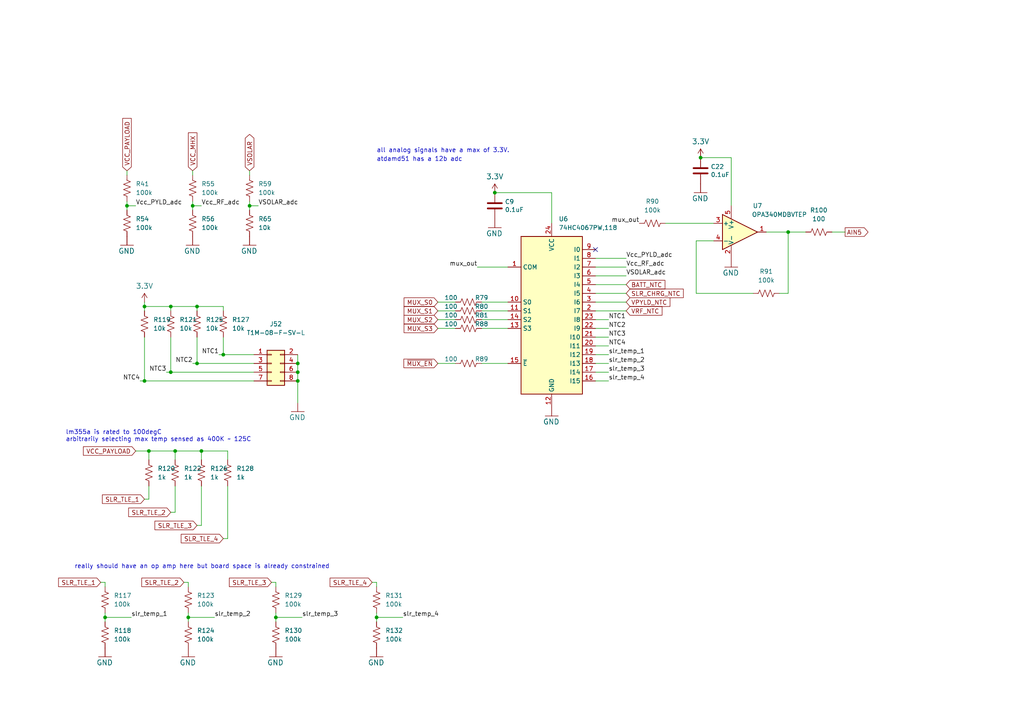
<source format=kicad_sch>
(kicad_sch (version 20230121) (generator eeschema)
  (paper "A4")
  (lib_symbols
    (symbol "74xx:CD74HC4067M"
      (property "Reference" "U" (at -8.89 22.86 0))
      (property "Value" "CD74HC4067M" (at 1.27 22.86 0))
      (symbol "CD74HC4067M_0_1"
        (rectangle (start -8.89 21.59) (end 8.89 -24.13) (stroke (width 0.254)) (fill (type background)))
      )
      (symbol "CD74HC4067M_1_1"
        (pin passive line (at -12.7 12.7 0) (length 3.81) (name "COM") (number "1"))
        (pin input line (at -12.7 2.54 0) (length 3.81) (name "S0") (number "10"))
        (pin input line (at -12.7 0 0) (length 3.81) (name "S1") (number "11"))
        (pin power_in line (at 0 -27.94 90) (length 3.81) (name "GND") (number "12"))
        (pin input line (at -12.7 -5.08 0) (length 3.81) (name "S3") (number "13"))
        (pin input line (at -12.7 -2.54 0) (length 3.81) (name "S2") (number "14"))
        (pin input line (at -12.7 -15.24 0) (length 3.81) (name "~{E}") (number "15"))
        (pin passive line (at 12.7 -20.32 180) (length 3.81) (name "I15") (number "16"))
        (pin passive line (at 12.7 -17.78 180) (length 3.81) (name "I14") (number "17"))
        (pin passive line (at 12.7 -15.24 180) (length 3.81) (name "I13") (number "18"))
        (pin passive line (at 12.7 -12.7 180) (length 3.81) (name "I12") (number "19"))
        (pin passive line (at 12.7 0 180) (length 3.81) (name "I7") (number "2"))
        (pin passive line (at 12.7 -10.16 180) (length 3.81) (name "I11") (number "20"))
        (pin passive line (at 12.7 -7.62 180) (length 3.81) (name "I10") (number "21"))
        (pin passive line (at 12.7 -5.08 180) (length 3.81) (name "I9") (number "22"))
        (pin passive line (at 12.7 -2.54 180) (length 3.81) (name "I8") (number "23"))
        (pin power_in line (at 0 25.4 270) (length 3.81) (name "VCC") (number "24"))
        (pin passive line (at 12.7 2.54 180) (length 3.81) (name "I6") (number "3"))
        (pin passive line (at 12.7 5.08 180) (length 3.81) (name "I5") (number "4"))
        (pin passive line (at 12.7 7.62 180) (length 3.81) (name "I4") (number "5"))
        (pin passive line (at 12.7 10.16 180) (length 3.81) (name "I3") (number "6"))
        (pin passive line (at 12.7 12.7 180) (length 3.81) (name "I2") (number "7"))
        (pin passive line (at 12.7 15.24 180) (length 3.81) (name "I1") (number "8"))
        (pin passive line (at 12.7 17.78 180) (length 3.81) (name "I0") (number "9"))
      )
    )
    (symbol "Amplifier_Operational:OPA340NA" (pin_names (offset 0.127))
      (property "Reference" "U" (at -1.27 6.35 0))
      (property "Value" "OPA340NA" (at -1.27 3.81 0))
      (symbol "OPA340NA_0_1"
        (polyline (pts (xy -5.08 5.08) (xy 5.08 0) (xy -5.08 -5.08) (xy -5.08 5.08)) (stroke (width 0.254)) (fill (type background)))
        (pin power_in line (at -2.54 -7.62 90) (length 3.81) (name "V-") (number "2"))
        (pin power_in line (at -2.54 7.62 270) (length 3.81) (name "V+") (number "5"))
      )
      (symbol "OPA340NA_1_1"
        (pin output line (at 7.62 0 180) (length 2.54) (name "~") (number "1"))
        (pin input line (at -7.62 2.54 0) (length 2.54) (name "+") (number "3"))
        (pin input line (at -7.62 -2.54 0) (length 2.54) (name "-") (number "4"))
      )
    )
    (symbol "Connector_Generic:Conn_02x04_Odd_Even" (pin_names (offset 1.016) hide)
      (property "Reference" "J" (at 1.27 5.08 0))
      (property "Value" "Conn_02x04_Odd_Even" (at 1.27 -7.62 0))
      (symbol "Conn_02x04_Odd_Even_1_1"
        (rectangle (start -1.27 -4.953) (end 0 -5.207) (stroke (width 0.1524)))
        (rectangle (start -1.27 -2.413) (end 0 -2.667) (stroke (width 0.1524)))
        (rectangle (start -1.27 0.127) (end 0 -0.127) (stroke (width 0.1524)))
        (rectangle (start -1.27 2.667) (end 0 2.413) (stroke (width 0.1524)))
        (rectangle (start -1.27 3.81) (end 3.81 -6.35) (stroke (width 0.254)) (fill (type background)))
        (rectangle (start 3.81 -4.953) (end 2.54 -5.207) (stroke (width 0.1524)))
        (rectangle (start 3.81 -2.413) (end 2.54 -2.667) (stroke (width 0.1524)))
        (rectangle (start 3.81 0.127) (end 2.54 -0.127) (stroke (width 0.1524)))
        (rectangle (start 3.81 2.667) (end 2.54 2.413) (stroke (width 0.1524)))
        (pin passive line (at -5.08 2.54 0) (length 3.81) (name "Pin_1") (number "1"))
        (pin passive line (at 7.62 2.54 180) (length 3.81) (name "Pin_2") (number "2"))
        (pin passive line (at -5.08 0 0) (length 3.81) (name "Pin_3") (number "3"))
        (pin passive line (at 7.62 0 180) (length 3.81) (name "Pin_4") (number "4"))
        (pin passive line (at -5.08 -2.54 0) (length 3.81) (name "Pin_5") (number "5"))
        (pin passive line (at 7.62 -2.54 180) (length 3.81) (name "Pin_6") (number "6"))
        (pin passive line (at -5.08 -5.08 0) (length 3.81) (name "Pin_7") (number "7"))
        (pin passive line (at 7.62 -5.08 180) (length 3.81) (name "Pin_8") (number "8"))
      )
    )
    (symbol "Device:C" (pin_numbers hide) (pin_names (offset 0.254))
      (property "Reference" "C" (at 0.635 2.54 0))
      (property "Value" "C" (at 0.635 -2.54 0))
      (symbol "C_0_1"
        (polyline (pts (xy -2.032 -0.762) (xy 2.032 -0.762)) (stroke (width 0.508)))
        (polyline (pts (xy -2.032 0.762) (xy 2.032 0.762)) (stroke (width 0.508)))
      )
      (symbol "C_1_1"
        (pin passive line (at 0 3.81 270) (length 2.794) (name "~") (number "1"))
        (pin passive line (at 0 -3.81 90) (length 2.794) (name "~") (number "2"))
      )
    )
    (symbol "Device:R_US" (pin_numbers hide) (pin_names (offset 0))
      (property "Reference" "R" (at 2.54 0 90))
      (property "Value" "R_US" (at -2.54 0 90))
      (symbol "R_US_0_1"
        (polyline (pts (xy 0 -2.286) (xy 0 -2.54)))
        (polyline (pts (xy 0 2.286) (xy 0 2.54)))
        (polyline (pts (xy 0 -0.762) (xy 1.016 -1.143) (xy 0 -1.524) (xy -1.016 -1.905) (xy 0 -2.286)))
        (polyline (pts (xy 0 0.762) (xy 1.016 0.381) (xy 0 0) (xy -1.016 -0.381) (xy 0 -0.762)))
        (polyline (pts (xy 0 2.286) (xy 1.016 1.905) (xy 0 1.524) (xy -1.016 1.143) (xy 0 0.762)))
      )
      (symbol "R_US_1_1"
        (pin passive line (at 0 3.81 270) (length 1.27) (name "~") (number "1"))
        (pin passive line (at 0 -3.81 90) (length 1.27) (name "~") (number "2"))
      )
    )
    (symbol "mainboard:3.3V" (power) (pin_names (offset 1.016))
      (property "Value" "3.3V" (at -1.016 3.556 0))
      (symbol "3.3V_1_0"
        (polyline (pts (xy 0 2.54) (xy -0.762 1.27)))
        (polyline (pts (xy 0.762 1.27) (xy 0 2.54)))
        (pin power_in line (at 0 0 90) (length 2.54) (name "3.3V") (number "1"))
      )
    )
    (symbol "mainboard:GND" (power) (pin_names (offset 1.016))
      (property "Value" "GND" (at -2.54 -2.54 0))
      (symbol "GND_1_0"
        (polyline (pts (xy -1.905 0) (xy 1.905 0)))
        (pin power_in line (at 0 2.54 270) (length 2.54) (name "GND") (number "1"))
      )
    )
  )
  (junction (at 64.77 102.87))
  (junction (at 109.22 179.07))
  (junction (at 49.53 107.95))
  (junction (at 43.18 130.81))
  (junction (at 58.42 130.81))
  (junction (at 228.6 67.31))
  (junction (at 143.51 55.88))
  (junction (at 55.88 59.69))
  (junction (at 86.36 107.95))
  (junction (at 50.8 130.81))
  (junction (at 57.15 105.41))
  (junction (at 30.48 179.07))
  (junction (at 86.36 105.41))
  (junction (at 86.36 110.49))
  (junction (at 36.83 59.69))
  (junction (at 49.53 88.9))
  (junction (at 57.15 88.9))
  (junction (at 203.2 45.72))
  (junction (at 54.61 179.07))
  (junction (at 41.91 88.9))
  (junction (at 72.39 59.69))
  (junction (at 80.01 179.07))
  (junction (at 41.91 110.49))
  (no_connect (at 172.72 72.39))
  (wire (pts (xy 172.72 102.87) (xy 176.53 102.87)))
  (wire (pts (xy 53.34 168.91) (xy 54.61 168.91)))
  (wire (pts (xy 109.22 177.8) (xy 109.22 179.07)))
  (wire (pts (xy 58.42 152.4) (xy 58.42 140.97)))
  (wire (pts (xy 30.48 177.8) (xy 30.48 179.07)))
  (wire (pts (xy 54.61 177.8) (xy 54.61 179.07)))
  (wire (pts (xy 127 95.25) (xy 132.08 95.25)))
  (wire (pts (xy 138.43 77.47) (xy 147.32 77.47)))
  (wire (pts (xy 228.6 67.31) (xy 233.68 67.31)))
  (wire (pts (xy 50.8 130.81) (xy 50.8 133.35)))
  (wire (pts (xy 55.88 49.53) (xy 55.88 50.8)))
  (wire (pts (xy 64.77 88.9) (xy 64.77 90.17)))
  (wire (pts (xy 72.39 59.69) (xy 72.39 60.96)))
  (wire (pts (xy 49.53 107.95) (xy 73.66 107.95)))
  (wire (pts (xy 55.88 58.42) (xy 55.88 59.69)))
  (wire (pts (xy 63.5 102.87) (xy 64.77 102.87)))
  (wire (pts (xy 127 92.71) (xy 132.08 92.71)))
  (wire (pts (xy 172.72 92.71) (xy 176.53 92.71)))
  (wire (pts (xy 241.3 67.31) (xy 245.11 67.31)))
  (wire (pts (xy 57.15 88.9) (xy 57.15 90.17)))
  (wire (pts (xy 58.42 130.81) (xy 66.04 130.81)))
  (wire (pts (xy 49.53 148.59) (xy 50.8 148.59)))
  (wire (pts (xy 36.83 49.53) (xy 36.83 50.8)))
  (wire (pts (xy 64.77 97.79) (xy 64.77 102.87)))
  (wire (pts (xy 172.72 77.47) (xy 181.61 77.47)))
  (wire (pts (xy 58.42 130.81) (xy 58.42 133.35)))
  (wire (pts (xy 139.7 95.25) (xy 147.32 95.25)))
  (wire (pts (xy 30.48 179.07) (xy 38.1 179.07)))
  (wire (pts (xy 80.01 179.07) (xy 87.63 179.07)))
  (wire (pts (xy 172.72 74.93) (xy 181.61 74.93)))
  (wire (pts (xy 66.04 130.81) (xy 66.04 133.35)))
  (wire (pts (xy 36.83 59.69) (xy 39.37 59.69)))
  (wire (pts (xy 41.91 110.49) (xy 73.66 110.49)))
  (wire (pts (xy 207.01 69.85) (xy 201.93 69.85)))
  (wire (pts (xy 172.72 90.17) (xy 181.61 90.17)))
  (wire (pts (xy 86.36 102.87) (xy 86.36 105.41)))
  (wire (pts (xy 57.15 152.4) (xy 58.42 152.4)))
  (wire (pts (xy 139.7 90.17) (xy 147.32 90.17)))
  (wire (pts (xy 72.39 58.42) (xy 72.39 59.69)))
  (wire (pts (xy 55.88 105.41) (xy 57.15 105.41)))
  (wire (pts (xy 41.91 88.9) (xy 41.91 90.17)))
  (wire (pts (xy 30.48 168.91) (xy 30.48 170.18)))
  (wire (pts (xy 226.06 85.09) (xy 228.6 85.09)))
  (wire (pts (xy 72.39 49.53) (xy 72.39 50.8)))
  (wire (pts (xy 43.18 130.81) (xy 43.18 133.35)))
  (wire (pts (xy 41.91 97.79) (xy 41.91 110.49)))
  (wire (pts (xy 139.7 92.71) (xy 147.32 92.71)))
  (wire (pts (xy 30.48 179.07) (xy 30.48 180.34)))
  (wire (pts (xy 172.72 110.49) (xy 176.53 110.49)))
  (wire (pts (xy 49.53 97.79) (xy 49.53 107.95)))
  (wire (pts (xy 36.83 59.69) (xy 36.83 60.96)))
  (wire (pts (xy 109.22 168.91) (xy 109.22 170.18)))
  (wire (pts (xy 172.72 82.55) (xy 181.61 82.55)))
  (wire (pts (xy 201.93 85.09) (xy 218.44 85.09)))
  (wire (pts (xy 49.53 88.9) (xy 57.15 88.9)))
  (wire (pts (xy 172.72 80.01) (xy 181.61 80.01)))
  (wire (pts (xy 43.18 130.81) (xy 50.8 130.81)))
  (wire (pts (xy 80.01 177.8) (xy 80.01 179.07)))
  (wire (pts (xy 172.72 105.41) (xy 176.53 105.41)))
  (wire (pts (xy 86.36 110.49) (xy 86.36 116.84)))
  (wire (pts (xy 55.88 59.69) (xy 58.42 59.69)))
  (wire (pts (xy 109.22 179.07) (xy 109.22 180.34)))
  (wire (pts (xy 193.04 64.77) (xy 207.01 64.77)))
  (wire (pts (xy 43.18 140.97) (xy 43.18 144.78)))
  (wire (pts (xy 54.61 168.91) (xy 54.61 170.18)))
  (wire (pts (xy 127 105.41) (xy 132.08 105.41)))
  (wire (pts (xy 49.53 88.9) (xy 49.53 90.17)))
  (wire (pts (xy 86.36 105.41) (xy 86.36 107.95)))
  (wire (pts (xy 80.01 179.07) (xy 80.01 180.34)))
  (wire (pts (xy 54.61 179.07) (xy 54.61 180.34)))
  (wire (pts (xy 57.15 97.79) (xy 57.15 105.41)))
  (wire (pts (xy 86.36 107.95) (xy 86.36 110.49)))
  (wire (pts (xy 172.72 95.25) (xy 176.53 95.25)))
  (wire (pts (xy 72.39 59.69) (xy 74.93 59.69)))
  (wire (pts (xy 39.37 130.81) (xy 43.18 130.81)))
  (wire (pts (xy 36.83 58.42) (xy 36.83 59.69)))
  (wire (pts (xy 172.72 85.09) (xy 181.61 85.09)))
  (wire (pts (xy 78.74 168.91) (xy 80.01 168.91)))
  (wire (pts (xy 143.51 55.88) (xy 160.02 55.88)))
  (wire (pts (xy 228.6 67.31) (xy 222.25 67.31)))
  (wire (pts (xy 80.01 168.91) (xy 80.01 170.18)))
  (wire (pts (xy 228.6 85.09) (xy 228.6 67.31)))
  (wire (pts (xy 48.26 107.95) (xy 49.53 107.95)))
  (wire (pts (xy 212.09 45.72) (xy 212.09 59.69)))
  (wire (pts (xy 172.72 97.79) (xy 176.53 97.79)))
  (wire (pts (xy 57.15 88.9) (xy 64.77 88.9)))
  (wire (pts (xy 50.8 130.81) (xy 58.42 130.81)))
  (wire (pts (xy 54.61 179.07) (xy 62.23 179.07)))
  (wire (pts (xy 109.22 179.07) (xy 116.84 179.07)))
  (wire (pts (xy 57.15 105.41) (xy 73.66 105.41)))
  (wire (pts (xy 172.72 87.63) (xy 181.61 87.63)))
  (wire (pts (xy 172.72 100.33) (xy 176.53 100.33)))
  (wire (pts (xy 41.91 88.9) (xy 49.53 88.9)))
  (wire (pts (xy 139.7 105.41) (xy 147.32 105.41)))
  (wire (pts (xy 203.2 45.72) (xy 212.09 45.72)))
  (wire (pts (xy 29.21 168.91) (xy 30.48 168.91)))
  (wire (pts (xy 172.72 107.95) (xy 176.53 107.95)))
  (wire (pts (xy 127 87.63) (xy 132.08 87.63)))
  (wire (pts (xy 127 90.17) (xy 132.08 90.17)))
  (wire (pts (xy 40.64 110.49) (xy 41.91 110.49)))
  (wire (pts (xy 201.93 69.85) (xy 201.93 85.09)))
  (wire (pts (xy 107.95 168.91) (xy 109.22 168.91)))
  (wire (pts (xy 64.77 156.21) (xy 66.04 156.21)))
  (wire (pts (xy 55.88 59.69) (xy 55.88 60.96)))
  (wire (pts (xy 43.18 144.78) (xy 41.91 144.78)))
  (wire (pts (xy 139.7 87.63) (xy 147.32 87.63)))
  (wire (pts (xy 50.8 148.59) (xy 50.8 140.97)))
  (wire (pts (xy 66.04 156.21) (xy 66.04 140.97)))
  (wire (pts (xy 41.91 87.63) (xy 41.91 88.9)))
  (wire (pts (xy 64.77 102.87) (xy 73.66 102.87)))
  (wire (pts (xy 160.02 55.88) (xy 160.02 64.77)))
  (text "lm355a is rated to 100degC\narbitrarily selecting max temp sensed as 400K ~ 125C" (at 19.05 128.27 0) (effects (font (size 1.27 1.27)) (justify left bottom)))
  (text "atdamd51 has a 12b adc" (at 109.22 46.99 0) (effects (font (size 1.27 1.27)) (justify left bottom)))
  (text "really should have an op amp here but board space is already constrained" (at 21.59 165.1 0) (effects (font (size 1.27 1.27)) (justify left bottom)))
  (text "all analog signals have a max of 3.3V." (at 109.22 44.45 0) (effects (font (size 1.27 1.27)) (justify left bottom)))
  (label "VSOLAR_adc" (at 74.93 59.69 0))
  (label "NTC3" (at 176.53 97.79 0))
  (label "slr_temp_3" (at 176.53 107.95 0))
  (label "NTC4" (at 40.64 110.49 180))
  (label "Vcc_RF_adc" (at 58.42 59.69 0))
  (label "NTC1" (at 176.53 92.71 0))
  (label "VSOLAR_adc" (at 181.61 80.01 0))
  (label "slr_temp_2" (at 62.23 179.07 0))
  (label "Vcc_RF_adc" (at 181.61 77.47 0))
  (label "slr_temp_4" (at 176.53 110.49 0))
  (label "Vcc_PYLD_adc" (at 39.37 59.69 0))
  (label "mux_out" (at 185.42 64.77 180))
  (label "NTC2" (at 176.53 95.25 0))
  (label "Vcc_PYLD_adc" (at 181.61 74.93 0))
  (label "NTC1" (at 63.5 102.87 180))
  (label "slr_temp_1" (at 38.1 179.07 0))
  (label "NTC2" (at 55.88 105.41 180))
  (label "slr_temp_2" (at 176.53 105.41 0))
  (label "slr_temp_3" (at 87.63 179.07 0))
  (label "NTC3" (at 48.26 107.95 180))
  (label "NTC4" (at 176.53 100.33 0))
  (label "slr_temp_4" (at 116.84 179.07 0))
  (label "slr_temp_1" (at 176.53 102.87 0))
  (label "mux_out" (at 138.43 77.47 180))
  (global_label "MUX_S2" (shape input) (at 127 92.71 180) (property "Intersheetrefs" "${INTERSHEET_REFS}" (effects hide)))
  (global_label "VCC_PAYLOAD" (shape input) (at 36.83 49.53 90) (property "Intersheetrefs" "${INTERSHEET_REFS}" (effects hide)))
  (global_label "~{MUX_EN}" (shape input) (at 127 105.41 180) (property "Intersheetrefs" "${INTERSHEET_REFS}" (effects hide)))
  (global_label "MUX_S0" (shape input) (at 127 87.63 180) (property "Intersheetrefs" "${INTERSHEET_REFS}" (effects hide)))
  (global_label "SLR_TLE_4" (shape input) (at 107.95 168.91 180) (property "Intersheetrefs" "${INTERSHEET_REFS}" (effects hide)))
  (global_label "SLR_TLE_2" (shape input) (at 49.53 148.59 180) (property "Intersheetrefs" "${INTERSHEET_REFS}" (effects hide)))
  (global_label "VSOLAR" (shape bidirectional) (at 72.39 49.53 90) (property "Intersheetrefs" "${INTERSHEET_REFS}" (effects hide)))
  (global_label "AIN5" (shape output) (at 245.11 67.31 0) (property "Intersheetrefs" "${INTERSHEET_REFS}" (effects hide)))
  (global_label "MUX_S3" (shape input) (at 127 95.25 180) (property "Intersheetrefs" "${INTERSHEET_REFS}" (effects hide)))
  (global_label "SLR_TLE_1" (shape input) (at 29.21 168.91 180) (property "Intersheetrefs" "${INTERSHEET_REFS}" (effects hide)))
  (global_label "BATT_NTC" (shape input) (at 181.61 82.55 0) (property "Intersheetrefs" "${INTERSHEET_REFS}" (effects hide)))
  (global_label "VCC_MHX" (shape input) (at 55.88 49.53 90) (property "Intersheetrefs" "${INTERSHEET_REFS}" (effects hide)))
  (global_label "SLR_TLE_1" (shape input) (at 41.91 144.78 180) (property "Intersheetrefs" "${INTERSHEET_REFS}" (effects hide)))
  (global_label "SLR_TLE_4" (shape input) (at 64.77 156.21 180) (property "Intersheetrefs" "${INTERSHEET_REFS}" (effects hide)))
  (global_label "VPYLD_NTC" (shape input) (at 181.61 87.63 0) (property "Intersheetrefs" "${INTERSHEET_REFS}" (effects hide)))
  (global_label "SLR_CHRG_NTC" (shape input) (at 181.61 85.09 0) (property "Intersheetrefs" "${INTERSHEET_REFS}" (effects hide)))
  (global_label "VCC_PAYLOAD" (shape input) (at 39.37 130.81 180) (property "Intersheetrefs" "${INTERSHEET_REFS}" (effects hide)))
  (global_label "SLR_TLE_3" (shape input) (at 78.74 168.91 180) (property "Intersheetrefs" "${INTERSHEET_REFS}" (effects hide)))
  (global_label "VRF_NTC" (shape input) (at 181.61 90.17 0) (property "Intersheetrefs" "${INTERSHEET_REFS}" (effects hide)))
  (global_label "MUX_S1" (shape input) (at 127 90.17 180) (property "Intersheetrefs" "${INTERSHEET_REFS}" (effects hide)))
  (global_label "SLR_TLE_2" (shape input) (at 53.34 168.91 180) (property "Intersheetrefs" "${INTERSHEET_REFS}" (effects hide)))
  (global_label "SLR_TLE_3" (shape input) (at 57.15 152.4 180) (property "Intersheetrefs" "${INTERSHEET_REFS}" (effects hide)))
  (symbol (lib_id "Device:R_US") (at 30.48 184.15 0) (unit 1)
    (property "Reference" "R118" (at 33.02 182.8799 0) (effects (justify left)))
    (property "Value" "100k" (at 33.02 185.4199 0) (effects (justify left)))
    (property "Footprint" "Resistor_SMD:R_0603_1608Metric" (effects hide))
  )
  (symbol (lib_id "mainboard:GND") (at 160.02 120.65 0) (unit 1)
    (property "Reference" "#GND0114" (effects hide))
    (property "Value" "GND" (at 157.48 123.19 0) (effects (font (size 1.4986 1.4986)) (justify left bottom)))
  )
  (symbol (lib_id "mainboard:3.3V") (at 41.91 87.63 0) (unit 1)
    (property "Reference" "#SUPPLY0130" (effects hide))
    (property "Value" "3.3V" (at 39.37 83.82 0) (effects (font (size 1.4986 1.4986)) (justify left bottom)))
  )
  (symbol (lib_id "Device:R_US") (at 135.89 87.63 90) (unit 1)
    (property "Reference" "R79" (at 139.7 86.36 90))
    (property "Value" "100" (at 130.81 86.36 90))
    (property "Footprint" "Resistor_SMD:R_0603_1608Metric" (effects hide))
  )
  (symbol (lib_id "Device:R_US") (at 54.61 173.99 0) (unit 1)
    (property "Reference" "R123" (at 57.15 172.7199 0) (effects (justify left)))
    (property "Value" "100k" (at 57.15 175.2599 0) (effects (justify left)))
    (property "Footprint" "Resistor_SMD:R_0603_1608Metric" (effects hide))
  )
  (symbol (lib_id "Device:R_US") (at 55.88 64.77 0) (unit 1)
    (property "Reference" "R56" (at 58.42 63.4999 0) (effects (justify left)))
    (property "Value" "100k" (at 58.42 66.0399 0) (effects (justify left)))
    (property "Footprint" "Resistor_SMD:R_0603_1608Metric" (effects hide))
  )
  (symbol (lib_id "mainboard:3.3V") (at 203.2 45.72 0) (unit 1)
    (property "Reference" "#SUPPLY0125" (effects hide))
    (property "Value" "3.3V" (at 200.66 41.91 0) (effects (font (size 1.4986 1.4986)) (justify left bottom)))
  )
  (symbol (lib_id "Device:R_US") (at 57.15 93.98 0) (unit 1)
    (property "Reference" "R125" (at 59.69 92.7099 0) (effects (justify left)))
    (property "Value" "10k" (at 59.69 95.2499 0) (effects (justify left)))
    (property "Footprint" "Resistor_SMD:R_0603_1608Metric" (effects hide))
  )
  (symbol (lib_id "Device:R_US") (at 135.89 95.25 90) (unit 1)
    (property "Reference" "R88" (at 139.7 93.98 90))
    (property "Value" "100" (at 130.81 93.98 90))
    (property "Footprint" "Resistor_SMD:R_0603_1608Metric" (effects hide))
  )
  (symbol (lib_id "Device:R_US") (at 41.91 93.98 0) (unit 1)
    (property "Reference" "R119" (at 44.45 92.7099 0) (effects (justify left)))
    (property "Value" "10k" (at 44.45 95.2499 0) (effects (justify left)))
    (property "Footprint" "Resistor_SMD:R_0603_1608Metric" (effects hide))
  )
  (symbol (lib_id "Device:R_US") (at 30.48 173.99 0) (unit 1)
    (property "Reference" "R117" (at 33.02 172.7199 0) (effects (justify left)))
    (property "Value" "100k" (at 33.02 175.2599 0) (effects (justify left)))
    (property "Footprint" "Resistor_SMD:R_0603_1608Metric" (effects hide))
  )
  (symbol (lib_id "Device:R_US") (at 36.83 64.77 0) (unit 1)
    (property "Reference" "R54" (at 39.37 63.4999 0) (effects (justify left)))
    (property "Value" "100k" (at 39.37 66.0399 0) (effects (justify left)))
    (property "Footprint" "Resistor_SMD:R_0603_1608Metric" (effects hide))
  )
  (symbol (lib_id "mainboard:GND") (at 54.61 190.5 0) (unit 1)
    (property "Reference" "#GND0171" (effects hide))
    (property "Value" "GND" (at 52.07 193.04 0) (effects (font (size 1.4986 1.4986)) (justify left bottom)))
  )
  (symbol (lib_id "mainboard:GND") (at 143.51 66.04 0) (unit 1)
    (property "Reference" "#GND0115" (effects hide))
    (property "Value" "GND" (at 140.97 68.58 0) (effects (font (size 1.4986 1.4986)) (justify left bottom)))
  )
  (symbol (lib_id "Device:R_US") (at 135.89 92.71 90) (unit 1)
    (property "Reference" "R81" (at 139.7 91.44 90))
    (property "Value" "100" (at 130.81 91.44 90))
    (property "Footprint" "Resistor_SMD:R_0603_1608Metric" (effects hide))
  )
  (symbol (lib_id "mainboard:3.3V") (at 143.51 55.88 0) (unit 1)
    (property "Reference" "#SUPPLY0115" (effects hide))
    (property "Value" "3.3V" (at 140.97 52.07 0) (effects (font (size 1.4986 1.4986)) (justify left bottom)))
  )
  (symbol (lib_id "Device:R_US") (at 55.88 54.61 0) (unit 1)
    (property "Reference" "R55" (at 58.42 53.3399 0) (effects (justify left)))
    (property "Value" "100k" (at 58.42 55.8799 0) (effects (justify left)))
    (property "Footprint" "Resistor_SMD:R_0603_1608Metric" (effects hide))
  )
  (symbol (lib_id "mainboard:GND") (at 80.01 190.5 0) (unit 1)
    (property "Reference" "#GND0172" (effects hide))
    (property "Value" "GND" (at 77.47 193.04 0) (effects (font (size 1.4986 1.4986)) (justify left bottom)))
  )
  (symbol (lib_id "Device:R_US") (at 80.01 173.99 0) (unit 1)
    (property "Reference" "R129" (at 82.55 172.7199 0) (effects (justify left)))
    (property "Value" "100k" (at 82.55 175.2599 0) (effects (justify left)))
    (property "Footprint" "Resistor_SMD:R_0603_1608Metric" (effects hide))
  )
  (symbol (lib_id "Device:R_US") (at 54.61 184.15 0) (unit 1)
    (property "Reference" "R124" (at 57.15 182.8799 0) (effects (justify left)))
    (property "Value" "100k" (at 57.15 185.4199 0) (effects (justify left)))
    (property "Footprint" "Resistor_SMD:R_0603_1608Metric" (effects hide))
  )
  (symbol (lib_id "Device:R_US") (at 80.01 184.15 0) (unit 1)
    (property "Reference" "R130" (at 82.55 182.8799 0) (effects (justify left)))
    (property "Value" "100k" (at 82.55 185.4199 0) (effects (justify left)))
    (property "Footprint" "Resistor_SMD:R_0603_1608Metric" (effects hide))
  )
  (symbol (lib_id "Device:R_US") (at 49.53 93.98 0) (unit 1)
    (property "Reference" "R121" (at 52.07 92.7099 0) (effects (justify left)))
    (property "Value" "10k" (at 52.07 95.2499 0) (effects (justify left)))
    (property "Footprint" "Resistor_SMD:R_0603_1608Metric" (effects hide))
  )
  (symbol (lib_id "Device:C") (at 143.51 59.69 0) (unit 1)
    (property "Reference" "C9" (at 146.431 58.5216 0) (effects (justify left)))
    (property "Value" "0.1uF" (at 146.431 60.833 0) (effects (justify left)))
    (property "Footprint" "Capacitor_SMD:C_0603_1608Metric" (effects hide))
  )
  (symbol (lib_id "74xx:CD74HC4067M") (at 160.02 90.17 0) (unit 1)
    (property "Reference" "U6" (at 162.0394 63.5 0) (effects (justify left)))
    (property "Value" "74HC4067PW,118" (at 162.0394 66.04 0) (effects (justify left)))
    (property "Footprint" "Package_SO:TSSOP-24_4.4x7.8mm_P0.65mm" (effects hide))
  )
  (symbol (lib_id "mainboard:GND") (at 36.83 71.12 0) (unit 1)
    (property "Reference" "#GND0123" (effects hide))
    (property "Value" "GND" (at 34.29 73.66 0) (effects (font (size 1.4986 1.4986)) (justify left bottom)))
  )
  (symbol (lib_id "Device:R_US") (at 64.77 93.98 0) (unit 1)
    (property "Reference" "R127" (at 67.31 92.7099 0) (effects (justify left)))
    (property "Value" "10k" (at 67.31 95.2499 0) (effects (justify left)))
    (property "Footprint" "Resistor_SMD:R_0603_1608Metric" (effects hide))
  )
  (symbol (lib_id "Device:R_US") (at 135.89 105.41 90) (unit 1)
    (property "Reference" "R89" (at 139.7 104.14 90))
    (property "Value" "100" (at 130.81 104.14 90))
    (property "Footprint" "Resistor_SMD:R_0603_1608Metric" (effects hide))
  )
  (symbol (lib_id "mainboard:GND") (at 72.39 71.12 0) (unit 1)
    (property "Reference" "#GND0157" (effects hide))
    (property "Value" "GND" (at 69.85 73.66 0) (effects (font (size 1.4986 1.4986)) (justify left bottom)))
  )
  (symbol (lib_id "Device:R_US") (at 72.39 54.61 0) (unit 1)
    (property "Reference" "R59" (at 74.93 53.3399 0) (effects (justify left)))
    (property "Value" "100k" (at 74.93 55.8799 0) (effects (justify left)))
    (property "Footprint" "Resistor_SMD:R_0603_1608Metric" (effects hide))
  )
  (symbol (lib_id "mainboard:GND") (at 203.2 55.88 0) (unit 1)
    (property "Reference" "#GND0116" (effects hide))
    (property "Value" "GND" (at 200.66 58.42 0) (effects (font (size 1.4986 1.4986)) (justify left bottom)))
  )
  (symbol (lib_id "mainboard:GND") (at 86.36 119.38 0) (unit 1)
    (property "Reference" "#GND0166" (effects hide))
    (property "Value" "GND" (at 83.82 121.92 0) (effects (font (size 1.4986 1.4986)) (justify left bottom)))
  )
  (symbol (lib_id "Device:R_US") (at 237.49 67.31 90) (unit 1)
    (property "Reference" "R100" (at 237.49 60.96 90))
    (property "Value" "100" (at 237.49 63.5 90))
    (property "Footprint" "Resistor_SMD:R_0603_1608Metric" (effects hide))
  )
  (symbol (lib_id "Device:R_US") (at 222.25 85.09 90) (unit 1)
    (property "Reference" "R91" (at 222.25 78.74 90))
    (property "Value" "100k" (at 222.25 81.28 90))
    (property "Footprint" "Resistor_SMD:R_0603_1608Metric" (effects hide))
  )
  (symbol (lib_id "Connector_Generic:Conn_02x04_Odd_Even") (at 78.74 105.41 0) (unit 1)
    (property "Reference" "J52" (at 80.01 93.98 0))
    (property "Value" "T1M-08-F-SV-L" (at 80.01 96.52 0))
    (property "Footprint" "mainboard-SLI:SAMTEC_T1M-08-F-SV-L" (effects hide))
    (property "Datasheet" "T1M-08-F-SV-L" (effects hide))
  )
  (symbol (lib_id "Device:R_US") (at 43.18 137.16 0) (unit 1)
    (property "Reference" "R120" (at 45.72 135.8899 0) (effects (justify left)))
    (property "Value" "1k" (at 45.72 138.4299 0) (effects (justify left)))
    (property "Footprint" "Resistor_SMD:R_0603_1608Metric" (effects hide))
  )
  (symbol (lib_id "Device:R_US") (at 66.04 137.16 0) (unit 1)
    (property "Reference" "R128" (at 68.58 135.8899 0) (effects (justify left)))
    (property "Value" "1k" (at 68.58 138.4299 0) (effects (justify left)))
    (property "Footprint" "Resistor_SMD:R_0603_1608Metric" (effects hide))
  )
  (symbol (lib_id "mainboard:GND") (at 55.88 71.12 0) (unit 1)
    (property "Reference" "#GND0151" (effects hide))
    (property "Value" "GND" (at 53.34 73.66 0) (effects (font (size 1.4986 1.4986)) (justify left bottom)))
  )
  (symbol (lib_id "mainboard:GND") (at 109.22 190.5 0) (unit 1)
    (property "Reference" "#GND0173" (effects hide))
    (property "Value" "GND" (at 106.68 193.04 0) (effects (font (size 1.4986 1.4986)) (justify left bottom)))
  )
  (symbol (lib_id "Amplifier_Operational:OPA340NA") (at 214.63 67.31 0) (unit 1)
    (property "Reference" "U7" (at 219.71 59.69 0))
    (property "Value" "OPA340MDBVTEP" (at 226.06 62.23 0))
    (property "Footprint" "Package_TO_SOT_SMD:SOT-23-5" (effects hide))
  )
  (symbol (lib_id "mainboard:GND") (at 212.09 77.47 0) (unit 1)
    (property "Reference" "#GND0120" (effects hide))
    (property "Value" "GND" (at 209.55 80.01 0) (effects (font (size 1.4986 1.4986)) (justify left bottom)))
  )
  (symbol (lib_id "Device:R_US") (at 72.39 64.77 0) (unit 1)
    (property "Reference" "R65" (at 74.93 63.4999 0) (effects (justify left)))
    (property "Value" "10k" (at 74.93 66.0399 0) (effects (justify left)))
    (property "Footprint" "Resistor_SMD:R_0603_1608Metric" (effects hide))
  )
  (symbol (lib_id "Device:R_US") (at 50.8 137.16 0) (unit 1)
    (property "Reference" "R122" (at 53.34 135.8899 0) (effects (justify left)))
    (property "Value" "1k" (at 53.34 138.4299 0) (effects (justify left)))
    (property "Footprint" "Resistor_SMD:R_0603_1608Metric" (effects hide))
  )
  (symbol (lib_id "Device:R_US") (at 135.89 90.17 90) (unit 1)
    (property "Reference" "R80" (at 139.7 88.9 90))
    (property "Value" "100" (at 130.81 88.9 90))
    (property "Footprint" "Resistor_SMD:R_0603_1608Metric" (effects hide))
  )
  (symbol (lib_id "Device:R_US") (at 109.22 184.15 0) (unit 1)
    (property "Reference" "R132" (at 111.76 182.8799 0) (effects (justify left)))
    (property "Value" "100k" (at 111.76 185.4199 0) (effects (justify left)))
    (property "Footprint" "Resistor_SMD:R_0603_1608Metric" (effects hide))
  )
  (symbol (lib_id "Device:R_US") (at 189.23 64.77 90) (unit 1)
    (property "Reference" "R90" (at 189.23 58.42 90))
    (property "Value" "100k" (at 189.23 60.96 90))
    (property "Footprint" "Resistor_SMD:R_0603_1608Metric" (effects hide))
  )
  (symbol (lib_id "mainboard:GND") (at 30.48 190.5 0) (unit 1)
    (property "Reference" "#GND0170" (effects hide))
    (property "Value" "GND" (at 27.94 193.04 0) (effects (font (size 1.4986 1.4986)) (justify left bottom)))
  )
  (symbol (lib_id "Device:R_US") (at 58.42 137.16 0) (unit 1)
    (property "Reference" "R126" (at 60.96 135.8899 0) (effects (justify left)))
    (property "Value" "1k" (at 60.96 138.4299 0) (effects (justify left)))
    (property "Footprint" "Resistor_SMD:R_0603_1608Metric" (effects hide))
  )
  (symbol (lib_id "Device:C") (at 203.2 49.53 0) (unit 1)
    (property "Reference" "C22" (at 206.121 48.3616 0) (effects (justify left)))
    (property "Value" "0.1uF" (at 206.121 50.673 0) (effects (justify left)))
    (property "Footprint" "Capacitor_SMD:C_0603_1608Metric" (effects hide))
  )
  (symbol (lib_id "Device:R_US") (at 109.22 173.99 0) (unit 1)
    (property "Reference" "R131" (at 111.76 172.7199 0) (effects (justify left)))
    (property "Value" "100k" (at 111.76 175.2599 0) (effects (justify left)))
    (property "Footprint" "Resistor_SMD:R_0603_1608Metric" (effects hide))
  )
  (symbol (lib_id "Device:R_US") (at 36.83 54.61 0) (unit 1)
    (property "Reference" "R41" (at 39.37 53.3399 0) (effects (justify left)))
    (property "Value" "100k" (at 39.37 55.8799 0) (effects (justify left)))
    (property "Footprint" "Resistor_SMD:R_0603_1608Metric" (effects hide))
  )
)
</source>
